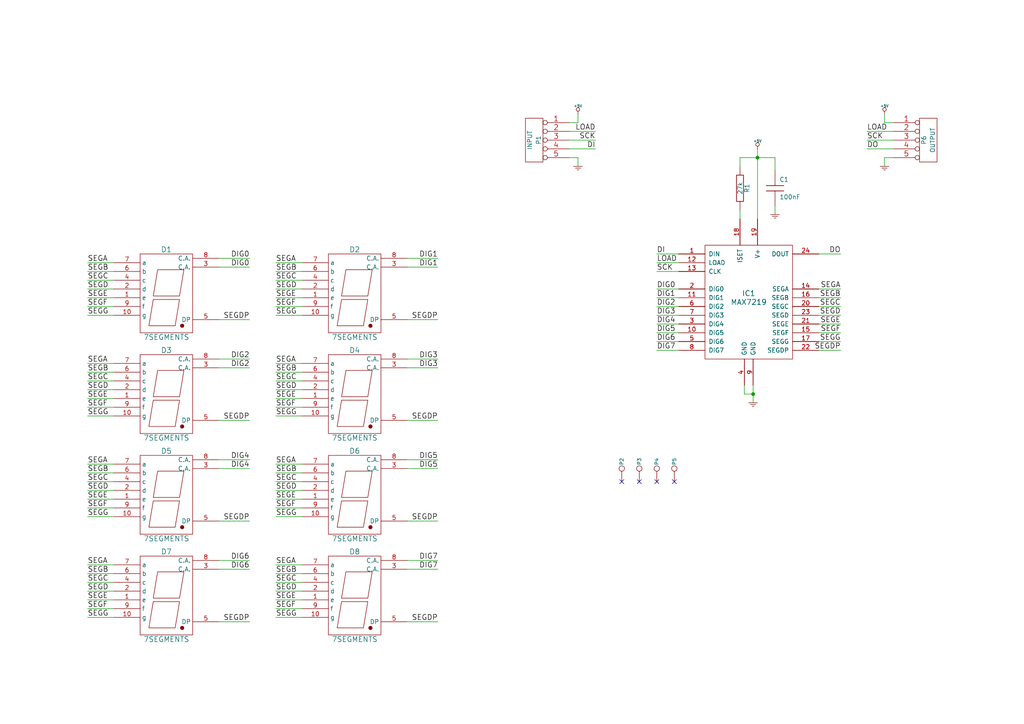
<source format=kicad_sch>
(kicad_sch (version 20230121) (generator eeschema)
  (paper "A4")
  (lib_symbols
    (symbol "display-rescue:+5V" (power) (pin_names (offset 1.016))
      (property "Value" "+5V" (at 0 2.286 0))
      (symbol "+5V_0_0"
        (pin power_in line (at 0 0 90) (length 0) hide (name "+5V") (number "1"))
      )
      (symbol "+5V_0_1"
        (polyline (pts (xy 0 0) (xy 0 0.762) (xy 0 0.762) (xy 0 0.762)))
        (circle (center 0 1.27) (radius 0.508))
      )
    )
    (symbol "display-rescue:7SEGMENTS"
      (property "Reference" "AFF" (at 0 13.97 0))
      (property "Value" "7SEGMENTS" (at 0 -11.43 0))
      (symbol "7SEGMENTS_0_1"
        (rectangle (start -7.62 12.7) (end 7.62 -10.16))
        (polyline (pts (xy -3.81 -0.508) (xy 3.81 -0.508) (xy 2.54 -8.128) (xy -5.08 -8.128) (xy -3.81 -0.508) (xy -3.81 -0.508)))
        (polyline (pts (xy -2.54 8.128) (xy 5.08 8.128) (xy 3.81 0.508) (xy -3.81 0.508) (xy -2.54 8.128) (xy -2.54 8.128)))
        (circle (center 4.572 -8.128) (radius 0.508) (fill (type outline)))
      )
      (symbol "7SEGMENTS_1_1"
        (pin input line (at -15.24 0 0) (length 7.62) (name "e") (number "1"))
        (pin input line (at -15.24 -5.08 0) (length 7.62) (name "g") (number "10"))
        (pin input line (at -15.24 2.54 0) (length 7.62) (name "d") (number "2"))
        (pin input line (at 15.24 8.89 180) (length 7.62) (name "C.A.") (number "3"))
        (pin input line (at -15.24 5.08 0) (length 7.62) (name "c") (number "4"))
        (pin input line (at 15.24 -6.35 180) (length 7.62) (name "DP") (number "5"))
        (pin input line (at -15.24 7.62 0) (length 7.62) (name "b") (number "6"))
        (pin input line (at -15.24 10.16 0) (length 7.62) (name "a") (number "7"))
        (pin input line (at 15.24 11.43 180) (length 7.62) (name "C.A.") (number "8"))
        (pin input line (at -15.24 -2.54 0) (length 7.62) (name "f") (number "9"))
      )
    )
    (symbol "display-rescue:C" (pin_numbers hide) (pin_names (offset 0.254))
      (property "Reference" "C" (at 1.27 2.54 0))
      (property "Value" "C" (at 1.27 -2.54 0))
      (symbol "C_0_1"
        (polyline (pts (xy -2.54 -0.762) (xy 2.54 -0.762)) (stroke (width 0.2032)))
        (polyline (pts (xy -2.54 0.762) (xy 2.54 0.762)) (stroke (width 0.2032)))
      )
      (symbol "C_1_1"
        (pin passive line (at 0 5.08 270) (length 4.318) (name "~") (number "1"))
        (pin passive line (at 0 -5.08 90) (length 4.318) (name "~") (number "2"))
      )
    )
    (symbol "display-rescue:CONN_1" (pin_numbers hide) (pin_names (offset 0.762) hide)
      (property "Reference" "P" (at 2.032 0 0))
      (symbol "CONN_1_0_1"
        (polyline (pts (xy -0.762 0) (xy -1.27 0)))
        (circle (center 0 0) (radius 0.7874))
      )
      (symbol "CONN_1_1_1"
        (pin passive line (at -3.81 0 0) (length 2.54) (name "1") (number "1"))
      )
    )
    (symbol "display-rescue:CONN_5" (pin_names (offset 1.016))
      (property "Reference" "P" (at -1.27 0 90))
      (property "Value" "CONN_5" (at 1.27 0 90))
      (symbol "CONN_5_0_1"
        (rectangle (start -2.54 6.35) (end 2.54 -6.35))
      )
      (symbol "CONN_5_1_1"
        (pin passive inverted (at -10.16 5.08 0) (length 7.62) (name "~") (number "1"))
        (pin passive inverted (at -10.16 2.54 0) (length 7.62) (name "~") (number "2"))
        (pin passive inverted (at -10.16 0 0) (length 7.62) (name "~") (number "3"))
        (pin passive inverted (at -10.16 -2.54 0) (length 7.62) (name "~") (number "4"))
        (pin passive inverted (at -10.16 -5.08 0) (length 7.62) (name "~") (number "5"))
      )
    )
    (symbol "display-rescue:GND" (power) (pin_names (offset 0))
      (symbol "GND_0_1"
        (polyline (pts (xy -1.27 0) (xy 1.27 0) (xy 1.27 0)))
        (polyline (pts (xy -0.762 -0.508) (xy 0.762 -0.508) (xy 0.762 -0.508)))
        (polyline (pts (xy -0.254 -1.016) (xy 0.254 -1.016) (xy 0.254 -1.016)))
      )
      (symbol "GND_1_1"
        (pin power_in line (at 0 0 90) (length 0) hide (name "GND") (number "1"))
      )
    )
    (symbol "display-rescue:MAX7219" (pin_names (offset 1.016))
      (property "Reference" "IC" (at 0 2.54 0))
      (property "Value" "MAX7219" (at 0 0 0))
      (symbol "MAX7219_0_1"
        (rectangle (start -12.7 16.51) (end 12.7 -16.51))
      )
      (symbol "MAX7219_1_1"
        (pin input line (at -20.32 13.97 0) (length 7.62) (name "DIN") (number "1"))
        (pin output line (at -20.32 -8.89 0) (length 7.62) (name "DIG5") (number "10"))
        (pin output line (at -20.32 1.27 0) (length 7.62) (name "DIG1") (number "11"))
        (pin output line (at -20.32 11.43 0) (length 7.62) (name "LOAD") (number "12"))
        (pin input line (at -20.32 8.89 0) (length 7.62) (name "CLK") (number "13"))
        (pin output line (at 20.32 3.81 180) (length 7.62) (name "SEGA") (number "14"))
        (pin output line (at 20.32 -8.89 180) (length 7.62) (name "SEGF") (number "15"))
        (pin output line (at 20.32 1.27 180) (length 7.62) (name "SEGB") (number "16"))
        (pin output line (at 20.32 -11.43 180) (length 7.62) (name "SEGG") (number "17"))
        (pin passive line (at -2.54 24.13 270) (length 7.62) (name "ISET") (number "18"))
        (pin power_in line (at 2.54 24.13 270) (length 7.62) (name "V+") (number "19"))
        (pin output line (at -20.32 3.81 0) (length 7.62) (name "DIG0") (number "2"))
        (pin output line (at 20.32 -1.27 180) (length 7.62) (name "SEGC") (number "20"))
        (pin output line (at 20.32 -6.35 180) (length 7.62) (name "SEGE") (number "21"))
        (pin output line (at 20.32 -13.97 180) (length 7.62) (name "SEGDP") (number "22"))
        (pin output line (at 20.32 -3.81 180) (length 7.62) (name "SEGD") (number "23"))
        (pin output line (at 20.32 13.97 180) (length 7.62) (name "DOUT") (number "24"))
        (pin output line (at -20.32 -6.35 0) (length 7.62) (name "DIG4") (number "3"))
        (pin power_in line (at -1.27 -24.13 90) (length 7.62) (name "GND") (number "4"))
        (pin output line (at -20.32 -11.43 0) (length 7.62) (name "DIG6") (number "5"))
        (pin output line (at -20.32 -1.27 0) (length 7.62) (name "DIG2") (number "6"))
        (pin output line (at -20.32 -3.81 0) (length 7.62) (name "DIG3") (number "7"))
        (pin output line (at -20.32 -13.97 0) (length 7.62) (name "DIG7") (number "8"))
        (pin power_in line (at 1.27 -24.13 90) (length 7.62) (name "GND") (number "9"))
      )
    )
    (symbol "display-rescue:PWR_FLAG" (power) (pin_numbers hide) (pin_names (offset 0) hide)
      (property "Value" "PWR_FLAG" (at 0 5.842 0))
      (symbol "PWR_FLAG_0_0"
        (pin power_out line (at 0 0 90) (length 0) (name "pwr") (number "1"))
      )
      (symbol "PWR_FLAG_0_1"
        (polyline (pts (xy 0 0) (xy 0 2.54) (xy 0 2.54)))
        (polyline (pts (xy 0 2.54) (xy -2.54 3.81) (xy 0 5.08) (xy 2.54 3.81) (xy 0 2.54)))
      )
    )
    (symbol "display-rescue:R" (pin_numbers hide) (pin_names (offset 0))
      (property "Reference" "R" (at 2.032 0 90))
      (property "Value" "R" (at 0 0 90))
      (symbol "R_0_1"
        (rectangle (start -1.016 3.81) (end 1.016 -3.81) (stroke (width 0.2032)))
      )
      (symbol "R_1_1"
        (pin passive line (at 0 6.35 270) (length 2.54) (name "~") (number "1"))
        (pin passive line (at 0 -6.35 90) (length 2.54) (name "~") (number "2"))
      )
    )
  )
  (junction (at 219.71 45.72))
  (junction (at 218.44 114.3))
  (no_connect (at 180.34 139.7))
  (no_connect (at 185.42 139.7))
  (no_connect (at 195.58 139.7))
  (no_connect (at 190.5 139.7))
  (wire (pts (xy 118.11 74.93) (xy 127 74.93)))
  (wire (pts (xy 63.5 165.1) (xy 72.39 165.1)))
  (wire (pts (xy 87.63 115.57) (xy 80.01 115.57)))
  (wire (pts (xy 215.9 114.3) (xy 218.44 114.3)))
  (wire (pts (xy 63.5 133.35) (xy 72.39 133.35)))
  (wire (pts (xy 214.63 45.72) (xy 219.71 45.72)))
  (wire (pts (xy 259.08 43.18) (xy 251.46 43.18)))
  (wire (pts (xy 165.1 43.18) (xy 172.72 43.18)))
  (wire (pts (xy 33.02 134.62) (xy 25.4 134.62)))
  (wire (pts (xy 218.44 114.3) (xy 218.44 116.84)))
  (wire (pts (xy 33.02 144.78) (xy 25.4 144.78)))
  (wire (pts (xy 63.5 92.71) (xy 72.39 92.71)))
  (wire (pts (xy 87.63 176.53) (xy 80.01 176.53)))
  (wire (pts (xy 256.54 45.72) (xy 256.54 48.26)))
  (wire (pts (xy 87.63 134.62) (xy 80.01 134.62)))
  (wire (pts (xy 33.02 110.49) (xy 25.4 110.49)))
  (wire (pts (xy 237.49 96.52) (xy 243.84 96.52)))
  (wire (pts (xy 33.02 81.28) (xy 25.4 81.28)))
  (wire (pts (xy 33.02 120.65) (xy 25.4 120.65)))
  (wire (pts (xy 63.5 180.34) (xy 72.39 180.34)))
  (wire (pts (xy 196.85 96.52) (xy 190.5 96.52)))
  (wire (pts (xy 224.79 59.69) (xy 224.79 62.23)))
  (wire (pts (xy 87.63 105.41) (xy 80.01 105.41)))
  (wire (pts (xy 165.1 38.1) (xy 172.72 38.1)))
  (wire (pts (xy 87.63 113.03) (xy 80.01 113.03)))
  (wire (pts (xy 118.11 133.35) (xy 127 133.35)))
  (wire (pts (xy 87.63 86.36) (xy 80.01 86.36)))
  (wire (pts (xy 219.71 45.72) (xy 219.71 63.5)))
  (wire (pts (xy 118.11 106.68) (xy 127 106.68)))
  (wire (pts (xy 196.85 86.36) (xy 190.5 86.36)))
  (wire (pts (xy 259.08 35.56) (xy 256.54 35.56)))
  (wire (pts (xy 63.5 77.47) (xy 72.39 77.47)))
  (wire (pts (xy 237.49 91.44) (xy 243.84 91.44)))
  (wire (pts (xy 33.02 173.99) (xy 25.4 173.99)))
  (wire (pts (xy 118.11 121.92) (xy 127 121.92)))
  (wire (pts (xy 33.02 91.44) (xy 25.4 91.44)))
  (wire (pts (xy 259.08 40.64) (xy 251.46 40.64)))
  (wire (pts (xy 118.11 92.71) (xy 127 92.71)))
  (wire (pts (xy 87.63 83.82) (xy 80.01 83.82)))
  (wire (pts (xy 63.5 151.13) (xy 72.39 151.13)))
  (wire (pts (xy 63.5 74.93) (xy 72.39 74.93)))
  (wire (pts (xy 63.5 106.68) (xy 72.39 106.68)))
  (wire (pts (xy 33.02 83.82) (xy 25.4 83.82)))
  (wire (pts (xy 87.63 78.74) (xy 80.01 78.74)))
  (wire (pts (xy 87.63 118.11) (xy 80.01 118.11)))
  (wire (pts (xy 87.63 88.9) (xy 80.01 88.9)))
  (wire (pts (xy 259.08 38.1) (xy 251.46 38.1)))
  (wire (pts (xy 33.02 149.86) (xy 25.4 149.86)))
  (wire (pts (xy 33.02 107.95) (xy 25.4 107.95)))
  (wire (pts (xy 33.02 168.91) (xy 25.4 168.91)))
  (wire (pts (xy 33.02 105.41) (xy 25.4 105.41)))
  (wire (pts (xy 63.5 104.14) (xy 72.39 104.14)))
  (wire (pts (xy 219.71 45.72) (xy 224.79 45.72)))
  (wire (pts (xy 87.63 149.86) (xy 80.01 149.86)))
  (wire (pts (xy 214.63 45.72) (xy 214.63 48.26)))
  (wire (pts (xy 196.85 88.9) (xy 190.5 88.9)))
  (wire (pts (xy 33.02 115.57) (xy 25.4 115.57)))
  (wire (pts (xy 87.63 163.83) (xy 80.01 163.83)))
  (wire (pts (xy 33.02 118.11) (xy 25.4 118.11)))
  (wire (pts (xy 196.85 93.98) (xy 190.5 93.98)))
  (wire (pts (xy 196.85 83.82) (xy 190.5 83.82)))
  (wire (pts (xy 218.44 111.76) (xy 218.44 114.3)))
  (wire (pts (xy 165.1 35.56) (xy 167.64 35.56)))
  (wire (pts (xy 87.63 168.91) (xy 80.01 168.91)))
  (wire (pts (xy 33.02 86.36) (xy 25.4 86.36)))
  (wire (pts (xy 87.63 144.78) (xy 80.01 144.78)))
  (wire (pts (xy 87.63 171.45) (xy 80.01 171.45)))
  (wire (pts (xy 87.63 76.2) (xy 80.01 76.2)))
  (wire (pts (xy 87.63 107.95) (xy 80.01 107.95)))
  (wire (pts (xy -11.43 184.15) (xy -11.43 181.61)))
  (wire (pts (xy 190.5 78.74) (xy 196.85 78.74)))
  (wire (pts (xy 237.49 73.66) (xy 243.84 73.66)))
  (wire (pts (xy 196.85 101.6) (xy 190.5 101.6)))
  (wire (pts (xy 118.11 77.47) (xy 127 77.47)))
  (wire (pts (xy 214.63 63.5) (xy 214.63 60.96)))
  (wire (pts (xy 63.5 135.89) (xy 72.39 135.89)))
  (wire (pts (xy 87.63 110.49) (xy 80.01 110.49)))
  (wire (pts (xy 87.63 166.37) (xy 80.01 166.37)))
  (wire (pts (xy 33.02 163.83) (xy 25.4 163.83)))
  (wire (pts (xy 33.02 137.16) (xy 25.4 137.16)))
  (wire (pts (xy 256.54 35.56) (xy 256.54 33.02)))
  (wire (pts (xy 63.5 121.92) (xy 72.39 121.92)))
  (wire (pts (xy 87.63 179.07) (xy 80.01 179.07)))
  (wire (pts (xy 167.64 35.56) (xy 167.64 33.02)))
  (wire (pts (xy 165.1 40.64) (xy 172.72 40.64)))
  (wire (pts (xy 118.11 162.56) (xy 127 162.56)))
  (wire (pts (xy 33.02 179.07) (xy 25.4 179.07)))
  (wire (pts (xy 237.49 86.36) (xy 243.84 86.36)))
  (wire (pts (xy 33.02 139.7) (xy 25.4 139.7)))
  (wire (pts (xy 118.11 180.34) (xy 127 180.34)))
  (wire (pts (xy 33.02 142.24) (xy 25.4 142.24)))
  (wire (pts (xy 118.11 135.89) (xy 127 135.89)))
  (wire (pts (xy 87.63 139.7) (xy 80.01 139.7)))
  (wire (pts (xy 237.49 83.82) (xy 243.84 83.82)))
  (wire (pts (xy 224.79 45.72) (xy 224.79 49.53)))
  (wire (pts (xy 33.02 88.9) (xy 25.4 88.9)))
  (wire (pts (xy 237.49 93.98) (xy 243.84 93.98)))
  (wire (pts (xy 33.02 147.32) (xy 25.4 147.32)))
  (wire (pts (xy 118.11 165.1) (xy 127 165.1)))
  (wire (pts (xy 237.49 99.06) (xy 243.84 99.06)))
  (wire (pts (xy 237.49 88.9) (xy 243.84 88.9)))
  (wire (pts (xy 165.1 45.72) (xy 167.64 45.72)))
  (wire (pts (xy 190.5 73.66) (xy 196.85 73.66)))
  (wire (pts (xy 215.9 111.76) (xy 215.9 114.3)))
  (wire (pts (xy 87.63 120.65) (xy 80.01 120.65)))
  (wire (pts (xy 87.63 91.44) (xy 80.01 91.44)))
  (wire (pts (xy -19.05 177.8) (xy -19.05 180.34)))
  (wire (pts (xy 33.02 78.74) (xy 25.4 78.74)))
  (wire (pts (xy 118.11 151.13) (xy 127 151.13)))
  (wire (pts (xy 118.11 104.14) (xy 127 104.14)))
  (wire (pts (xy 196.85 99.06) (xy 190.5 99.06)))
  (wire (pts (xy 87.63 81.28) (xy 80.01 81.28)))
  (wire (pts (xy 33.02 166.37) (xy 25.4 166.37)))
  (wire (pts (xy 219.71 43.18) (xy 219.71 45.72)))
  (wire (pts (xy 33.02 171.45) (xy 25.4 171.45)))
  (wire (pts (xy 87.63 147.32) (xy 80.01 147.32)))
  (wire (pts (xy 87.63 142.24) (xy 80.01 142.24)))
  (wire (pts (xy 237.49 101.6) (xy 243.84 101.6)))
  (wire (pts (xy 196.85 91.44) (xy 190.5 91.44)))
  (wire (pts (xy 63.5 162.56) (xy 72.39 162.56)))
  (wire (pts (xy 87.63 137.16) (xy 80.01 137.16)))
  (wire (pts (xy 87.63 173.99) (xy 80.01 173.99)))
  (wire (pts (xy 190.5 76.2) (xy 196.85 76.2)))
  (wire (pts (xy 33.02 113.03) (xy 25.4 113.03)))
  (wire (pts (xy 167.64 45.72) (xy 167.64 48.26)))
  (wire (pts (xy 33.02 76.2) (xy 25.4 76.2)))
  (wire (pts (xy 259.08 45.72) (xy 256.54 45.72)))
  (wire (pts (xy 33.02 176.53) (xy 25.4 176.53)))
  (label "SCK" (at 172.72 40.64 180) (effects (font (size 1.524 1.524))))
  (label "SEGD" (at 80.01 171.45 0) (effects (font (size 1.524 1.524))))
  (label "DIG4" (at 72.39 133.35 180) (effects (font (size 1.524 1.524))))
  (label "DIG0" (at 190.5 83.82 0) (effects (font (size 1.524 1.524))))
  (label "DIG7" (at 190.5 101.6 0) (effects (font (size 1.524 1.524))))
  (label "SEGDP" (at 243.84 101.6 180) (effects (font (size 1.524 1.524))))
  (label "DIG7" (at 127 162.56 180) (effects (font (size 1.524 1.524))))
  (label "SEGA" (at 25.4 76.2 0) (effects (font (size 1.524 1.524))))
  (label "SEGF" (at 243.84 96.52 180) (effects (font (size 1.524 1.524))))
  (label "SEGA" (at 25.4 134.62 0) (effects (font (size 1.524 1.524))))
  (label "SEGC" (at 25.4 110.49 0) (effects (font (size 1.524 1.524))))
  (label "SEGB" (at 25.4 107.95 0) (effects (font (size 1.524 1.524))))
  (label "SEGE" (at 80.01 115.57 0) (effects (font (size 1.524 1.524))))
  (label "SEGB" (at 25.4 137.16 0) (effects (font (size 1.524 1.524))))
  (label "DIG1" (at 127 74.93 180) (effects (font (size 1.524 1.524))))
  (label "SEGC" (at 80.01 110.49 0) (effects (font (size 1.524 1.524))))
  (label "LOAD" (at 190.5 76.2 0) (effects (font (size 1.524 1.524))))
  (label "SEGDP" (at 72.39 180.34 180) (effects (font (size 1.524 1.524))))
  (label "DO" (at 243.84 73.66 180) (effects (font (size 1.524 1.524))))
  (label "SEGB" (at 80.01 107.95 0) (effects (font (size 1.524 1.524))))
  (label "SEGB" (at 80.01 78.74 0) (effects (font (size 1.524 1.524))))
  (label "DIG1" (at 127 77.47 180) (effects (font (size 1.524 1.524))))
  (label "SEGC" (at 25.4 139.7 0) (effects (font (size 1.524 1.524))))
  (label "SEGC" (at 25.4 168.91 0) (effects (font (size 1.524 1.524))))
  (label "DIG6" (at 72.39 162.56 180) (effects (font (size 1.524 1.524))))
  (label "SCK" (at 190.5 78.74 0) (effects (font (size 1.524 1.524))))
  (label "SEGB" (at 25.4 78.74 0) (effects (font (size 1.524 1.524))))
  (label "LOAD" (at 172.72 38.1 180) (effects (font (size 1.524 1.524))))
  (label "SEGA" (at 243.84 83.82 180) (effects (font (size 1.524 1.524))))
  (label "DIG1" (at 190.5 86.36 0) (effects (font (size 1.524 1.524))))
  (label "SEGE" (at 25.4 86.36 0) (effects (font (size 1.524 1.524))))
  (label "SEGF" (at 25.4 147.32 0) (effects (font (size 1.524 1.524))))
  (label "DIG2" (at 72.39 106.68 180) (effects (font (size 1.524 1.524))))
  (label "SEGDP" (at 127 180.34 180) (effects (font (size 1.524 1.524))))
  (label "DO" (at 251.46 43.18 0) (effects (font (size 1.524 1.524))))
  (label "SEGG" (at 25.4 91.44 0) (effects (font (size 1.524 1.524))))
  (label "SEGD" (at 25.4 142.24 0) (effects (font (size 1.524 1.524))))
  (label "DIG5" (at 127 133.35 180) (effects (font (size 1.524 1.524))))
  (label "SEGF" (at 25.4 176.53 0) (effects (font (size 1.524 1.524))))
  (label "SEGC" (at 243.84 88.9 180) (effects (font (size 1.524 1.524))))
  (label "SEGB" (at 80.01 166.37 0) (effects (font (size 1.524 1.524))))
  (label "SEGE" (at 25.4 144.78 0) (effects (font (size 1.524 1.524))))
  (label "DIG4" (at 190.5 93.98 0) (effects (font (size 1.524 1.524))))
  (label "SEGG" (at 25.4 149.86 0) (effects (font (size 1.524 1.524))))
  (label "DIG3" (at 190.5 91.44 0) (effects (font (size 1.524 1.524))))
  (label "SEGC" (at 80.01 81.28 0) (effects (font (size 1.524 1.524))))
  (label "SEGG" (at 80.01 120.65 0) (effects (font (size 1.524 1.524))))
  (label "SEGF" (at 80.01 88.9 0) (effects (font (size 1.524 1.524))))
  (label "SEGF" (at 80.01 118.11 0) (effects (font (size 1.524 1.524))))
  (label "SEGD" (at 80.01 83.82 0) (effects (font (size 1.524 1.524))))
  (label "SEGA" (at 80.01 76.2 0) (effects (font (size 1.524 1.524))))
  (label "SEGD" (at 80.01 113.03 0) (effects (font (size 1.524 1.524))))
  (label "SEGD" (at 25.4 171.45 0) (effects (font (size 1.524 1.524))))
  (label "DIG3" (at 127 104.14 180) (effects (font (size 1.524 1.524))))
  (label "SEGE" (at 80.01 144.78 0) (effects (font (size 1.524 1.524))))
  (label "DIG2" (at 190.5 88.9 0) (effects (font (size 1.524 1.524))))
  (label "SEGG" (at 80.01 91.44 0) (effects (font (size 1.524 1.524))))
  (label "SEGA" (at 80.01 105.41 0) (effects (font (size 1.524 1.524))))
  (label "SEGDP" (at 72.39 92.71 180) (effects (font (size 1.524 1.524))))
  (label "SEGG" (at 80.01 179.07 0) (effects (font (size 1.524 1.524))))
  (label "SEGF" (at 80.01 147.32 0) (effects (font (size 1.524 1.524))))
  (label "DIG2" (at 72.39 104.14 180) (effects (font (size 1.524 1.524))))
  (label "SEGF" (at 25.4 118.11 0) (effects (font (size 1.524 1.524))))
  (label "SEGF" (at 25.4 88.9 0) (effects (font (size 1.524 1.524))))
  (label "SEGC" (at 80.01 168.91 0) (effects (font (size 1.524 1.524))))
  (label "SEGC" (at 80.01 139.7 0) (effects (font (size 1.524 1.524))))
  (label "SEGB" (at 80.01 137.16 0) (effects (font (size 1.524 1.524))))
  (label "SEGG" (at 25.4 179.07 0) (effects (font (size 1.524 1.524))))
  (label "SEGB" (at 243.84 86.36 180) (effects (font (size 1.524 1.524))))
  (label "DIG7" (at 127 165.1 180) (effects (font (size 1.524 1.524))))
  (label "SEGDP" (at 72.39 151.13 180) (effects (font (size 1.524 1.524))))
  (label "DIG5" (at 127 135.89 180) (effects (font (size 1.524 1.524))))
  (label "SEGDP" (at 72.39 121.92 180) (effects (font (size 1.524 1.524))))
  (label "DIG6" (at 190.5 99.06 0) (effects (font (size 1.524 1.524))))
  (label "SEGD" (at 25.4 113.03 0) (effects (font (size 1.524 1.524))))
  (label "SEGA" (at 25.4 105.41 0) (effects (font (size 1.524 1.524))))
  (label "DI" (at 172.72 43.18 180) (effects (font (size 1.524 1.524))))
  (label "SEGG" (at 243.84 99.06 180) (effects (font (size 1.524 1.524))))
  (label "SEGF" (at 80.01 176.53 0) (effects (font (size 1.524 1.524))))
  (label "SEGE" (at 80.01 86.36 0) (effects (font (size 1.524 1.524))))
  (label "DIG6" (at 72.39 165.1 180) (effects (font (size 1.524 1.524))))
  (label "SEGE" (at 25.4 173.99 0) (effects (font (size 1.524 1.524))))
  (label "DIG4" (at 72.39 135.89 180) (effects (font (size 1.524 1.524))))
  (label "DIG3" (at 127 106.68 180) (effects (font (size 1.524 1.524))))
  (label "SEGG" (at 25.4 120.65 0) (effects (font (size 1.524 1.524))))
  (label "SEGDP" (at 127 92.71 180) (effects (font (size 1.524 1.524))))
  (label "SEGG" (at 80.01 149.86 0) (effects (font (size 1.524 1.524))))
  (label "DIG0" (at 72.39 74.93 180) (effects (font (size 1.524 1.524))))
  (label "DIG5" (at 190.5 96.52 0) (effects (font (size 1.524 1.524))))
  (label "SEGA" (at 25.4 163.83 0) (effects (font (size 1.524 1.524))))
  (label "SEGD" (at 25.4 83.82 0) (effects (font (size 1.524 1.524))))
  (label "SEGE" (at 243.84 93.98 180) (effects (font (size 1.524 1.524))))
  (label "SEGB" (at 25.4 166.37 0) (effects (font (size 1.524 1.524))))
  (label "SEGA" (at 80.01 134.62 0) (effects (font (size 1.524 1.524))))
  (label "LOAD" (at 251.46 38.1 0) (effects (font (size 1.524 1.524))))
  (label "SEGA" (at 80.01 163.83 0) (effects (font (size 1.524 1.524))))
  (label "SEGDP" (at 127 121.92 180) (effects (font (size 1.524 1.524))))
  (label "SEGE" (at 80.01 173.99 0) (effects (font (size 1.524 1.524))))
  (label "SCK" (at 251.46 40.64 0) (effects (font (size 1.524 1.524))))
  (label "DIG0" (at 72.39 77.47 180) (effects (font (size 1.524 1.524))))
  (label "SEGD" (at 243.84 91.44 180) (effects (font (size 1.524 1.524))))
  (label "SEGE" (at 25.4 115.57 0) (effects (font (size 1.524 1.524))))
  (label "DI" (at 190.5 73.66 0) (effects (font (size 1.524 1.524))))
  (label "SEGC" (at 25.4 81.28 0) (effects (font (size 1.524 1.524))))
  (label "SEGD" (at 80.01 142.24 0) (effects (font (size 1.524 1.524))))
  (label "SEGDP" (at 127 151.13 180) (effects (font (size 1.524 1.524))))
  (symbol (lib_id "display-rescue:MAX7219") (at 217.17 87.63 0) (unit 1)
    (property "Reference" "IC1" (at 217.17 85.09 0) (effects (font (size 1.524 1.524))))
    (property "Value" "MAX7219" (at 217.17 87.63 0) (effects (font (size 1.524 1.524))))
  )
  (symbol (lib_id "display-rescue:7SEGMENTS") (at 48.26 86.36 0) (unit 1)
    (property "Reference" "D1" (at 48.26 72.39 0) (effects (font (size 1.524 1.524))))
    (property "Value" "7SEGMENTS" (at 48.26 97.79 0) (effects (font (size 1.524 1.524))))
  )
  (symbol (lib_id "display-rescue:7SEGMENTS") (at 102.87 86.36 0) (unit 1)
    (property "Reference" "D2" (at 102.87 72.39 0) (effects (font (size 1.524 1.524))))
    (property "Value" "7SEGMENTS" (at 102.87 97.79 0) (effects (font (size 1.524 1.524))))
  )
  (symbol (lib_id "display-rescue:7SEGMENTS") (at 48.26 115.57 0) (unit 1)
    (property "Reference" "D3" (at 48.26 101.6 0) (effects (font (size 1.524 1.524))))
    (property "Value" "7SEGMENTS" (at 48.26 127 0) (effects (font (size 1.524 1.524))))
  )
  (symbol (lib_id "display-rescue:7SEGMENTS") (at 102.87 115.57 0) (unit 1)
    (property "Reference" "D4" (at 102.87 101.6 0) (effects (font (size 1.524 1.524))))
    (property "Value" "7SEGMENTS" (at 102.87 127 0) (effects (font (size 1.524 1.524))))
  )
  (symbol (lib_id "display-rescue:7SEGMENTS") (at 48.26 144.78 0) (unit 1)
    (property "Reference" "D5" (at 48.26 130.81 0) (effects (font (size 1.524 1.524))))
    (property "Value" "7SEGMENTS" (at 48.26 156.21 0) (effects (font (size 1.524 1.524))))
  )
  (symbol (lib_id "display-rescue:7SEGMENTS") (at 102.87 144.78 0) (unit 1)
    (property "Reference" "D6" (at 102.87 130.81 0) (effects (font (size 1.524 1.524))))
    (property "Value" "7SEGMENTS" (at 102.87 156.21 0) (effects (font (size 1.524 1.524))))
  )
  (symbol (lib_id "display-rescue:7SEGMENTS") (at 48.26 173.99 0) (unit 1)
    (property "Reference" "D7" (at 48.26 160.02 0) (effects (font (size 1.524 1.524))))
    (property "Value" "7SEGMENTS" (at 48.26 185.42 0) (effects (font (size 1.524 1.524))))
  )
  (symbol (lib_id "display-rescue:7SEGMENTS") (at 102.87 173.99 0) (unit 1)
    (property "Reference" "D8" (at 102.87 160.02 0) (effects (font (size 1.524 1.524))))
    (property "Value" "7SEGMENTS" (at 102.87 185.42 0) (effects (font (size 1.524 1.524))))
  )
  (symbol (lib_id "display-rescue:R") (at 214.63 54.61 0) (unit 1)
    (property "Reference" "R1" (at 216.662 54.61 90))
    (property "Value" "27k" (at 214.63 54.61 90))
  )
  (symbol (lib_id "display-rescue:GND") (at 218.44 116.84 0) (unit 1)
    (property "Reference" "#PWR01" (effects hide))
    (property "Value" "GND" (effects hide))
  )
  (symbol (lib_id "display-rescue:C") (at 224.79 54.61 0) (unit 1)
    (property "Reference" "C1" (at 226.06 52.07 0) (effects (justify left)))
    (property "Value" "100nF" (at 226.06 57.15 0) (effects (justify left)))
  )
  (symbol (lib_id "display-rescue:GND") (at 224.79 62.23 0) (unit 1)
    (property "Reference" "#PWR02" (effects hide))
    (property "Value" "GND" (effects hide))
  )
  (symbol (lib_id "display-rescue:+5V") (at 219.71 43.18 0) (unit 1)
    (property "Reference" "#PWR03" (effects hide))
    (property "Value" "+5V" (at 219.71 40.894 0) (effects (font (size 0.762 0.762))))
  )
  (symbol (lib_id "display-rescue:CONN_5") (at 154.94 40.64 0) (mirror y) (unit 1)
    (property "Reference" "P1" (at 156.21 40.64 90))
    (property "Value" "INPUT" (at 153.67 40.64 90))
  )
  (symbol (lib_id "display-rescue:CONN_5") (at 269.24 40.64 0) (unit 1)
    (property "Reference" "P6" (at 267.97 40.64 90))
    (property "Value" "OUTPUT" (at 270.51 40.64 90))
  )
  (symbol (lib_id "display-rescue:GND") (at 256.54 48.26 0) (unit 1)
    (property "Reference" "#PWR04" (effects hide))
    (property "Value" "GND" (effects hide))
  )
  (symbol (lib_id "display-rescue:+5V") (at 256.54 33.02 0) (unit 1)
    (property "Reference" "#PWR05" (effects hide))
    (property "Value" "+5V" (at 256.54 30.734 0) (effects (font (size 0.762 0.762))))
  )
  (symbol (lib_id "display-rescue:+5V") (at 167.64 33.02 0) (unit 1)
    (property "Reference" "#PWR06" (effects hide))
    (property "Value" "+5V" (at 167.64 30.734 0) (effects (font (size 0.762 0.762))))
  )
  (symbol (lib_id "display-rescue:GND") (at 167.64 48.26 0) (unit 1)
    (property "Reference" "#PWR07" (effects hide))
    (property "Value" "GND" (effects hide))
  )
  (symbol (lib_id "display-rescue:+5V") (at -19.05 177.8 0) (unit 1)
    (property "Reference" "#PWR08" (effects hide))
    (property "Value" "+5V" (at -19.05 175.514 0) (effects (font (size 0.762 0.762))))
  )
  (symbol (lib_id "display-rescue:GND") (at -11.43 184.15 0) (unit 1)
    (property "Reference" "#PWR09" (effects hide))
    (property "Value" "GND" (effects hide))
  )
  (symbol (lib_id "display-rescue:PWR_FLAG") (at -19.05 180.34 180) (unit 1)
    (property "Reference" "#FLG010" (effects hide))
    (property "Value" "PWR_FLAG" (at -19.05 186.182 0) (effects (font (size 0.762 0.762))))
  )
  (symbol (lib_id "display-rescue:PWR_FLAG") (at -11.43 181.61 0) (unit 1)
    (property "Reference" "#FLG011" (effects hide))
    (property "Value" "PWR_FLAG" (at -11.43 175.768 0) (effects (font (size 0.762 0.762))))
  )
  (symbol (lib_id "display-rescue:CONN_1") (at 180.34 135.89 90) (unit 1)
    (property "Reference" "P2" (at 180.34 133.858 0) (effects (font (size 1.016 1.016))))
    (property "Value" "CONN_1" (effects hide))
  )
  (symbol (lib_id "display-rescue:CONN_1") (at 185.42 135.89 90) (unit 1)
    (property "Reference" "P3" (at 185.42 133.858 0) (effects (font (size 1.016 1.016))))
    (property "Value" "CONN_1" (effects hide))
  )
  (symbol (lib_id "display-rescue:CONN_1") (at 190.5 135.89 90) (unit 1)
    (property "Reference" "P4" (at 190.5 133.858 0) (effects (font (size 1.016 1.016))))
    (property "Value" "CONN_1" (effects hide))
  )
  (symbol (lib_id "display-rescue:CONN_1") (at 195.58 135.89 90) (unit 1)
    (property "Reference" "P5" (at 195.58 133.858 0) (effects (font (size 1.016 1.016))))
    (property "Value" "CONN_1" (effects hide))
  )
)
</source>
